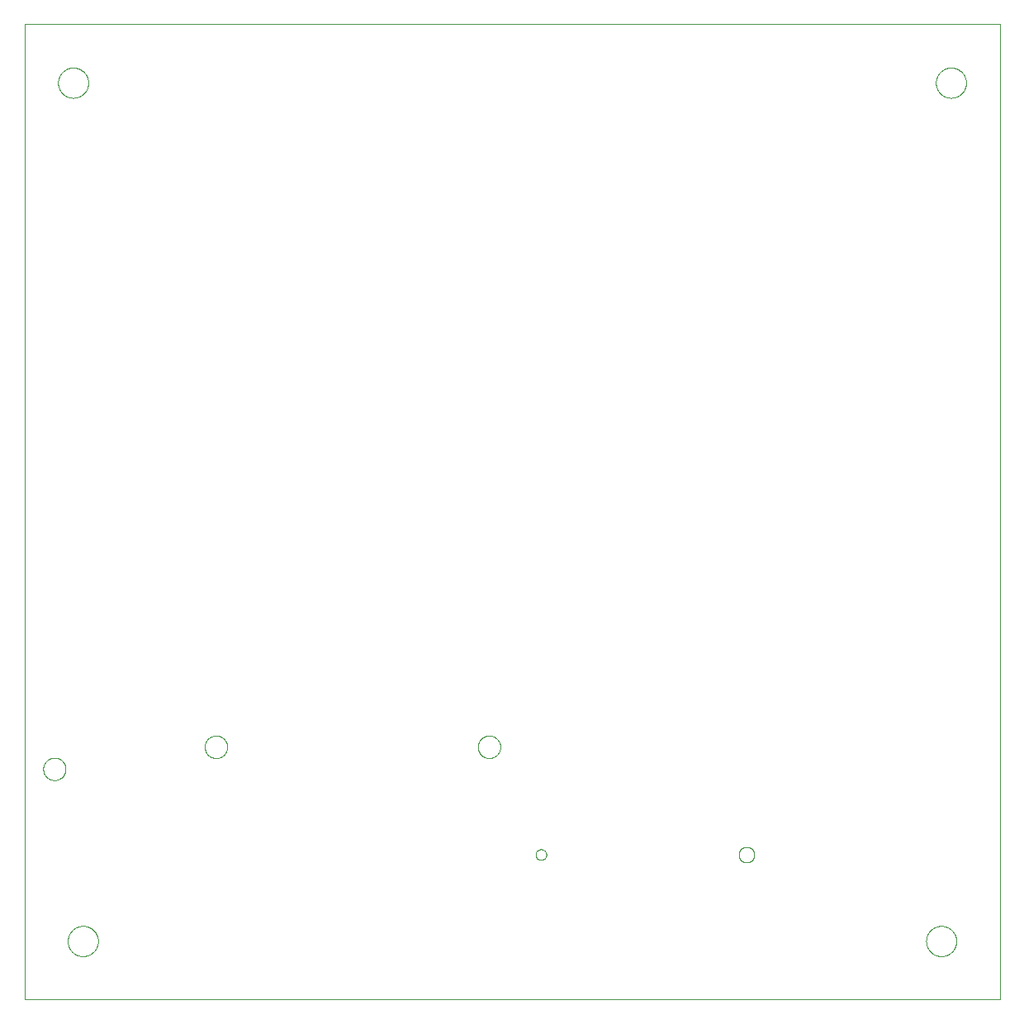
<source format=gko>
G04 EAGLE Gerber RS-274X export*
G75*
%MOMM*%
%FSLAX34Y34*%
%LPD*%
%INBoard ouline*%
%IPPOS*%
%AMOC8*
5,1,8,0,0,1.08239X$1,22.5*%
G01*
%ADD10C,0.000000*%


D10*
X0Y0D02*
X1000000Y0D01*
X1000000Y1000000D01*
X0Y1000000D01*
X0Y0D01*
X44500Y60000D02*
X44505Y60380D01*
X44519Y60761D01*
X44542Y61140D01*
X44575Y61519D01*
X44617Y61897D01*
X44668Y62274D01*
X44728Y62650D01*
X44798Y63024D01*
X44877Y63396D01*
X44965Y63766D01*
X45061Y64134D01*
X45167Y64499D01*
X45282Y64862D01*
X45406Y65222D01*
X45539Y65578D01*
X45680Y65932D01*
X45830Y66281D01*
X45988Y66627D01*
X46155Y66969D01*
X46330Y67307D01*
X46514Y67640D01*
X46705Y67969D01*
X46905Y68292D01*
X47112Y68611D01*
X47327Y68925D01*
X47550Y69233D01*
X47781Y69536D01*
X48018Y69833D01*
X48263Y70124D01*
X48515Y70409D01*
X48774Y70688D01*
X49040Y70960D01*
X49312Y71226D01*
X49591Y71485D01*
X49876Y71737D01*
X50167Y71982D01*
X50464Y72219D01*
X50767Y72450D01*
X51075Y72673D01*
X51389Y72888D01*
X51708Y73095D01*
X52031Y73295D01*
X52360Y73486D01*
X52693Y73670D01*
X53031Y73845D01*
X53373Y74012D01*
X53719Y74170D01*
X54068Y74320D01*
X54422Y74461D01*
X54778Y74594D01*
X55138Y74718D01*
X55501Y74833D01*
X55866Y74939D01*
X56234Y75035D01*
X56604Y75123D01*
X56976Y75202D01*
X57350Y75272D01*
X57726Y75332D01*
X58103Y75383D01*
X58481Y75425D01*
X58860Y75458D01*
X59239Y75481D01*
X59620Y75495D01*
X60000Y75500D01*
X60380Y75495D01*
X60761Y75481D01*
X61140Y75458D01*
X61519Y75425D01*
X61897Y75383D01*
X62274Y75332D01*
X62650Y75272D01*
X63024Y75202D01*
X63396Y75123D01*
X63766Y75035D01*
X64134Y74939D01*
X64499Y74833D01*
X64862Y74718D01*
X65222Y74594D01*
X65578Y74461D01*
X65932Y74320D01*
X66281Y74170D01*
X66627Y74012D01*
X66969Y73845D01*
X67307Y73670D01*
X67640Y73486D01*
X67969Y73295D01*
X68292Y73095D01*
X68611Y72888D01*
X68925Y72673D01*
X69233Y72450D01*
X69536Y72219D01*
X69833Y71982D01*
X70124Y71737D01*
X70409Y71485D01*
X70688Y71226D01*
X70960Y70960D01*
X71226Y70688D01*
X71485Y70409D01*
X71737Y70124D01*
X71982Y69833D01*
X72219Y69536D01*
X72450Y69233D01*
X72673Y68925D01*
X72888Y68611D01*
X73095Y68292D01*
X73295Y67969D01*
X73486Y67640D01*
X73670Y67307D01*
X73845Y66969D01*
X74012Y66627D01*
X74170Y66281D01*
X74320Y65932D01*
X74461Y65578D01*
X74594Y65222D01*
X74718Y64862D01*
X74833Y64499D01*
X74939Y64134D01*
X75035Y63766D01*
X75123Y63396D01*
X75202Y63024D01*
X75272Y62650D01*
X75332Y62274D01*
X75383Y61897D01*
X75425Y61519D01*
X75458Y61140D01*
X75481Y60761D01*
X75495Y60380D01*
X75500Y60000D01*
X75495Y59620D01*
X75481Y59239D01*
X75458Y58860D01*
X75425Y58481D01*
X75383Y58103D01*
X75332Y57726D01*
X75272Y57350D01*
X75202Y56976D01*
X75123Y56604D01*
X75035Y56234D01*
X74939Y55866D01*
X74833Y55501D01*
X74718Y55138D01*
X74594Y54778D01*
X74461Y54422D01*
X74320Y54068D01*
X74170Y53719D01*
X74012Y53373D01*
X73845Y53031D01*
X73670Y52693D01*
X73486Y52360D01*
X73295Y52031D01*
X73095Y51708D01*
X72888Y51389D01*
X72673Y51075D01*
X72450Y50767D01*
X72219Y50464D01*
X71982Y50167D01*
X71737Y49876D01*
X71485Y49591D01*
X71226Y49312D01*
X70960Y49040D01*
X70688Y48774D01*
X70409Y48515D01*
X70124Y48263D01*
X69833Y48018D01*
X69536Y47781D01*
X69233Y47550D01*
X68925Y47327D01*
X68611Y47112D01*
X68292Y46905D01*
X67969Y46705D01*
X67640Y46514D01*
X67307Y46330D01*
X66969Y46155D01*
X66627Y45988D01*
X66281Y45830D01*
X65932Y45680D01*
X65578Y45539D01*
X65222Y45406D01*
X64862Y45282D01*
X64499Y45167D01*
X64134Y45061D01*
X63766Y44965D01*
X63396Y44877D01*
X63024Y44798D01*
X62650Y44728D01*
X62274Y44668D01*
X61897Y44617D01*
X61519Y44575D01*
X61140Y44542D01*
X60761Y44519D01*
X60380Y44505D01*
X60000Y44500D01*
X59620Y44505D01*
X59239Y44519D01*
X58860Y44542D01*
X58481Y44575D01*
X58103Y44617D01*
X57726Y44668D01*
X57350Y44728D01*
X56976Y44798D01*
X56604Y44877D01*
X56234Y44965D01*
X55866Y45061D01*
X55501Y45167D01*
X55138Y45282D01*
X54778Y45406D01*
X54422Y45539D01*
X54068Y45680D01*
X53719Y45830D01*
X53373Y45988D01*
X53031Y46155D01*
X52693Y46330D01*
X52360Y46514D01*
X52031Y46705D01*
X51708Y46905D01*
X51389Y47112D01*
X51075Y47327D01*
X50767Y47550D01*
X50464Y47781D01*
X50167Y48018D01*
X49876Y48263D01*
X49591Y48515D01*
X49312Y48774D01*
X49040Y49040D01*
X48774Y49312D01*
X48515Y49591D01*
X48263Y49876D01*
X48018Y50167D01*
X47781Y50464D01*
X47550Y50767D01*
X47327Y51075D01*
X47112Y51389D01*
X46905Y51708D01*
X46705Y52031D01*
X46514Y52360D01*
X46330Y52693D01*
X46155Y53031D01*
X45988Y53373D01*
X45830Y53719D01*
X45680Y54068D01*
X45539Y54422D01*
X45406Y54778D01*
X45282Y55138D01*
X45167Y55501D01*
X45061Y55866D01*
X44965Y56234D01*
X44877Y56604D01*
X44798Y56976D01*
X44728Y57350D01*
X44668Y57726D01*
X44617Y58103D01*
X44575Y58481D01*
X44542Y58860D01*
X44519Y59239D01*
X44505Y59620D01*
X44500Y60000D01*
X34500Y940000D02*
X34505Y940380D01*
X34519Y940761D01*
X34542Y941140D01*
X34575Y941519D01*
X34617Y941897D01*
X34668Y942274D01*
X34728Y942650D01*
X34798Y943024D01*
X34877Y943396D01*
X34965Y943766D01*
X35061Y944134D01*
X35167Y944499D01*
X35282Y944862D01*
X35406Y945222D01*
X35539Y945578D01*
X35680Y945932D01*
X35830Y946281D01*
X35988Y946627D01*
X36155Y946969D01*
X36330Y947307D01*
X36514Y947640D01*
X36705Y947969D01*
X36905Y948292D01*
X37112Y948611D01*
X37327Y948925D01*
X37550Y949233D01*
X37781Y949536D01*
X38018Y949833D01*
X38263Y950124D01*
X38515Y950409D01*
X38774Y950688D01*
X39040Y950960D01*
X39312Y951226D01*
X39591Y951485D01*
X39876Y951737D01*
X40167Y951982D01*
X40464Y952219D01*
X40767Y952450D01*
X41075Y952673D01*
X41389Y952888D01*
X41708Y953095D01*
X42031Y953295D01*
X42360Y953486D01*
X42693Y953670D01*
X43031Y953845D01*
X43373Y954012D01*
X43719Y954170D01*
X44068Y954320D01*
X44422Y954461D01*
X44778Y954594D01*
X45138Y954718D01*
X45501Y954833D01*
X45866Y954939D01*
X46234Y955035D01*
X46604Y955123D01*
X46976Y955202D01*
X47350Y955272D01*
X47726Y955332D01*
X48103Y955383D01*
X48481Y955425D01*
X48860Y955458D01*
X49239Y955481D01*
X49620Y955495D01*
X50000Y955500D01*
X50380Y955495D01*
X50761Y955481D01*
X51140Y955458D01*
X51519Y955425D01*
X51897Y955383D01*
X52274Y955332D01*
X52650Y955272D01*
X53024Y955202D01*
X53396Y955123D01*
X53766Y955035D01*
X54134Y954939D01*
X54499Y954833D01*
X54862Y954718D01*
X55222Y954594D01*
X55578Y954461D01*
X55932Y954320D01*
X56281Y954170D01*
X56627Y954012D01*
X56969Y953845D01*
X57307Y953670D01*
X57640Y953486D01*
X57969Y953295D01*
X58292Y953095D01*
X58611Y952888D01*
X58925Y952673D01*
X59233Y952450D01*
X59536Y952219D01*
X59833Y951982D01*
X60124Y951737D01*
X60409Y951485D01*
X60688Y951226D01*
X60960Y950960D01*
X61226Y950688D01*
X61485Y950409D01*
X61737Y950124D01*
X61982Y949833D01*
X62219Y949536D01*
X62450Y949233D01*
X62673Y948925D01*
X62888Y948611D01*
X63095Y948292D01*
X63295Y947969D01*
X63486Y947640D01*
X63670Y947307D01*
X63845Y946969D01*
X64012Y946627D01*
X64170Y946281D01*
X64320Y945932D01*
X64461Y945578D01*
X64594Y945222D01*
X64718Y944862D01*
X64833Y944499D01*
X64939Y944134D01*
X65035Y943766D01*
X65123Y943396D01*
X65202Y943024D01*
X65272Y942650D01*
X65332Y942274D01*
X65383Y941897D01*
X65425Y941519D01*
X65458Y941140D01*
X65481Y940761D01*
X65495Y940380D01*
X65500Y940000D01*
X65495Y939620D01*
X65481Y939239D01*
X65458Y938860D01*
X65425Y938481D01*
X65383Y938103D01*
X65332Y937726D01*
X65272Y937350D01*
X65202Y936976D01*
X65123Y936604D01*
X65035Y936234D01*
X64939Y935866D01*
X64833Y935501D01*
X64718Y935138D01*
X64594Y934778D01*
X64461Y934422D01*
X64320Y934068D01*
X64170Y933719D01*
X64012Y933373D01*
X63845Y933031D01*
X63670Y932693D01*
X63486Y932360D01*
X63295Y932031D01*
X63095Y931708D01*
X62888Y931389D01*
X62673Y931075D01*
X62450Y930767D01*
X62219Y930464D01*
X61982Y930167D01*
X61737Y929876D01*
X61485Y929591D01*
X61226Y929312D01*
X60960Y929040D01*
X60688Y928774D01*
X60409Y928515D01*
X60124Y928263D01*
X59833Y928018D01*
X59536Y927781D01*
X59233Y927550D01*
X58925Y927327D01*
X58611Y927112D01*
X58292Y926905D01*
X57969Y926705D01*
X57640Y926514D01*
X57307Y926330D01*
X56969Y926155D01*
X56627Y925988D01*
X56281Y925830D01*
X55932Y925680D01*
X55578Y925539D01*
X55222Y925406D01*
X54862Y925282D01*
X54499Y925167D01*
X54134Y925061D01*
X53766Y924965D01*
X53396Y924877D01*
X53024Y924798D01*
X52650Y924728D01*
X52274Y924668D01*
X51897Y924617D01*
X51519Y924575D01*
X51140Y924542D01*
X50761Y924519D01*
X50380Y924505D01*
X50000Y924500D01*
X49620Y924505D01*
X49239Y924519D01*
X48860Y924542D01*
X48481Y924575D01*
X48103Y924617D01*
X47726Y924668D01*
X47350Y924728D01*
X46976Y924798D01*
X46604Y924877D01*
X46234Y924965D01*
X45866Y925061D01*
X45501Y925167D01*
X45138Y925282D01*
X44778Y925406D01*
X44422Y925539D01*
X44068Y925680D01*
X43719Y925830D01*
X43373Y925988D01*
X43031Y926155D01*
X42693Y926330D01*
X42360Y926514D01*
X42031Y926705D01*
X41708Y926905D01*
X41389Y927112D01*
X41075Y927327D01*
X40767Y927550D01*
X40464Y927781D01*
X40167Y928018D01*
X39876Y928263D01*
X39591Y928515D01*
X39312Y928774D01*
X39040Y929040D01*
X38774Y929312D01*
X38515Y929591D01*
X38263Y929876D01*
X38018Y930167D01*
X37781Y930464D01*
X37550Y930767D01*
X37327Y931075D01*
X37112Y931389D01*
X36905Y931708D01*
X36705Y932031D01*
X36514Y932360D01*
X36330Y932693D01*
X36155Y933031D01*
X35988Y933373D01*
X35830Y933719D01*
X35680Y934068D01*
X35539Y934422D01*
X35406Y934778D01*
X35282Y935138D01*
X35167Y935501D01*
X35061Y935866D01*
X34965Y936234D01*
X34877Y936604D01*
X34798Y936976D01*
X34728Y937350D01*
X34668Y937726D01*
X34617Y938103D01*
X34575Y938481D01*
X34542Y938860D01*
X34519Y939239D01*
X34505Y939620D01*
X34500Y940000D01*
X934500Y940000D02*
X934505Y940380D01*
X934519Y940761D01*
X934542Y941140D01*
X934575Y941519D01*
X934617Y941897D01*
X934668Y942274D01*
X934728Y942650D01*
X934798Y943024D01*
X934877Y943396D01*
X934965Y943766D01*
X935061Y944134D01*
X935167Y944499D01*
X935282Y944862D01*
X935406Y945222D01*
X935539Y945578D01*
X935680Y945932D01*
X935830Y946281D01*
X935988Y946627D01*
X936155Y946969D01*
X936330Y947307D01*
X936514Y947640D01*
X936705Y947969D01*
X936905Y948292D01*
X937112Y948611D01*
X937327Y948925D01*
X937550Y949233D01*
X937781Y949536D01*
X938018Y949833D01*
X938263Y950124D01*
X938515Y950409D01*
X938774Y950688D01*
X939040Y950960D01*
X939312Y951226D01*
X939591Y951485D01*
X939876Y951737D01*
X940167Y951982D01*
X940464Y952219D01*
X940767Y952450D01*
X941075Y952673D01*
X941389Y952888D01*
X941708Y953095D01*
X942031Y953295D01*
X942360Y953486D01*
X942693Y953670D01*
X943031Y953845D01*
X943373Y954012D01*
X943719Y954170D01*
X944068Y954320D01*
X944422Y954461D01*
X944778Y954594D01*
X945138Y954718D01*
X945501Y954833D01*
X945866Y954939D01*
X946234Y955035D01*
X946604Y955123D01*
X946976Y955202D01*
X947350Y955272D01*
X947726Y955332D01*
X948103Y955383D01*
X948481Y955425D01*
X948860Y955458D01*
X949239Y955481D01*
X949620Y955495D01*
X950000Y955500D01*
X950380Y955495D01*
X950761Y955481D01*
X951140Y955458D01*
X951519Y955425D01*
X951897Y955383D01*
X952274Y955332D01*
X952650Y955272D01*
X953024Y955202D01*
X953396Y955123D01*
X953766Y955035D01*
X954134Y954939D01*
X954499Y954833D01*
X954862Y954718D01*
X955222Y954594D01*
X955578Y954461D01*
X955932Y954320D01*
X956281Y954170D01*
X956627Y954012D01*
X956969Y953845D01*
X957307Y953670D01*
X957640Y953486D01*
X957969Y953295D01*
X958292Y953095D01*
X958611Y952888D01*
X958925Y952673D01*
X959233Y952450D01*
X959536Y952219D01*
X959833Y951982D01*
X960124Y951737D01*
X960409Y951485D01*
X960688Y951226D01*
X960960Y950960D01*
X961226Y950688D01*
X961485Y950409D01*
X961737Y950124D01*
X961982Y949833D01*
X962219Y949536D01*
X962450Y949233D01*
X962673Y948925D01*
X962888Y948611D01*
X963095Y948292D01*
X963295Y947969D01*
X963486Y947640D01*
X963670Y947307D01*
X963845Y946969D01*
X964012Y946627D01*
X964170Y946281D01*
X964320Y945932D01*
X964461Y945578D01*
X964594Y945222D01*
X964718Y944862D01*
X964833Y944499D01*
X964939Y944134D01*
X965035Y943766D01*
X965123Y943396D01*
X965202Y943024D01*
X965272Y942650D01*
X965332Y942274D01*
X965383Y941897D01*
X965425Y941519D01*
X965458Y941140D01*
X965481Y940761D01*
X965495Y940380D01*
X965500Y940000D01*
X965495Y939620D01*
X965481Y939239D01*
X965458Y938860D01*
X965425Y938481D01*
X965383Y938103D01*
X965332Y937726D01*
X965272Y937350D01*
X965202Y936976D01*
X965123Y936604D01*
X965035Y936234D01*
X964939Y935866D01*
X964833Y935501D01*
X964718Y935138D01*
X964594Y934778D01*
X964461Y934422D01*
X964320Y934068D01*
X964170Y933719D01*
X964012Y933373D01*
X963845Y933031D01*
X963670Y932693D01*
X963486Y932360D01*
X963295Y932031D01*
X963095Y931708D01*
X962888Y931389D01*
X962673Y931075D01*
X962450Y930767D01*
X962219Y930464D01*
X961982Y930167D01*
X961737Y929876D01*
X961485Y929591D01*
X961226Y929312D01*
X960960Y929040D01*
X960688Y928774D01*
X960409Y928515D01*
X960124Y928263D01*
X959833Y928018D01*
X959536Y927781D01*
X959233Y927550D01*
X958925Y927327D01*
X958611Y927112D01*
X958292Y926905D01*
X957969Y926705D01*
X957640Y926514D01*
X957307Y926330D01*
X956969Y926155D01*
X956627Y925988D01*
X956281Y925830D01*
X955932Y925680D01*
X955578Y925539D01*
X955222Y925406D01*
X954862Y925282D01*
X954499Y925167D01*
X954134Y925061D01*
X953766Y924965D01*
X953396Y924877D01*
X953024Y924798D01*
X952650Y924728D01*
X952274Y924668D01*
X951897Y924617D01*
X951519Y924575D01*
X951140Y924542D01*
X950761Y924519D01*
X950380Y924505D01*
X950000Y924500D01*
X949620Y924505D01*
X949239Y924519D01*
X948860Y924542D01*
X948481Y924575D01*
X948103Y924617D01*
X947726Y924668D01*
X947350Y924728D01*
X946976Y924798D01*
X946604Y924877D01*
X946234Y924965D01*
X945866Y925061D01*
X945501Y925167D01*
X945138Y925282D01*
X944778Y925406D01*
X944422Y925539D01*
X944068Y925680D01*
X943719Y925830D01*
X943373Y925988D01*
X943031Y926155D01*
X942693Y926330D01*
X942360Y926514D01*
X942031Y926705D01*
X941708Y926905D01*
X941389Y927112D01*
X941075Y927327D01*
X940767Y927550D01*
X940464Y927781D01*
X940167Y928018D01*
X939876Y928263D01*
X939591Y928515D01*
X939312Y928774D01*
X939040Y929040D01*
X938774Y929312D01*
X938515Y929591D01*
X938263Y929876D01*
X938018Y930167D01*
X937781Y930464D01*
X937550Y930767D01*
X937327Y931075D01*
X937112Y931389D01*
X936905Y931708D01*
X936705Y932031D01*
X936514Y932360D01*
X936330Y932693D01*
X936155Y933031D01*
X935988Y933373D01*
X935830Y933719D01*
X935680Y934068D01*
X935539Y934422D01*
X935406Y934778D01*
X935282Y935138D01*
X935167Y935501D01*
X935061Y935866D01*
X934965Y936234D01*
X934877Y936604D01*
X934798Y936976D01*
X934728Y937350D01*
X934668Y937726D01*
X934617Y938103D01*
X934575Y938481D01*
X934542Y938860D01*
X934519Y939239D01*
X934505Y939620D01*
X934500Y940000D01*
X924500Y60000D02*
X924505Y60380D01*
X924519Y60761D01*
X924542Y61140D01*
X924575Y61519D01*
X924617Y61897D01*
X924668Y62274D01*
X924728Y62650D01*
X924798Y63024D01*
X924877Y63396D01*
X924965Y63766D01*
X925061Y64134D01*
X925167Y64499D01*
X925282Y64862D01*
X925406Y65222D01*
X925539Y65578D01*
X925680Y65932D01*
X925830Y66281D01*
X925988Y66627D01*
X926155Y66969D01*
X926330Y67307D01*
X926514Y67640D01*
X926705Y67969D01*
X926905Y68292D01*
X927112Y68611D01*
X927327Y68925D01*
X927550Y69233D01*
X927781Y69536D01*
X928018Y69833D01*
X928263Y70124D01*
X928515Y70409D01*
X928774Y70688D01*
X929040Y70960D01*
X929312Y71226D01*
X929591Y71485D01*
X929876Y71737D01*
X930167Y71982D01*
X930464Y72219D01*
X930767Y72450D01*
X931075Y72673D01*
X931389Y72888D01*
X931708Y73095D01*
X932031Y73295D01*
X932360Y73486D01*
X932693Y73670D01*
X933031Y73845D01*
X933373Y74012D01*
X933719Y74170D01*
X934068Y74320D01*
X934422Y74461D01*
X934778Y74594D01*
X935138Y74718D01*
X935501Y74833D01*
X935866Y74939D01*
X936234Y75035D01*
X936604Y75123D01*
X936976Y75202D01*
X937350Y75272D01*
X937726Y75332D01*
X938103Y75383D01*
X938481Y75425D01*
X938860Y75458D01*
X939239Y75481D01*
X939620Y75495D01*
X940000Y75500D01*
X940380Y75495D01*
X940761Y75481D01*
X941140Y75458D01*
X941519Y75425D01*
X941897Y75383D01*
X942274Y75332D01*
X942650Y75272D01*
X943024Y75202D01*
X943396Y75123D01*
X943766Y75035D01*
X944134Y74939D01*
X944499Y74833D01*
X944862Y74718D01*
X945222Y74594D01*
X945578Y74461D01*
X945932Y74320D01*
X946281Y74170D01*
X946627Y74012D01*
X946969Y73845D01*
X947307Y73670D01*
X947640Y73486D01*
X947969Y73295D01*
X948292Y73095D01*
X948611Y72888D01*
X948925Y72673D01*
X949233Y72450D01*
X949536Y72219D01*
X949833Y71982D01*
X950124Y71737D01*
X950409Y71485D01*
X950688Y71226D01*
X950960Y70960D01*
X951226Y70688D01*
X951485Y70409D01*
X951737Y70124D01*
X951982Y69833D01*
X952219Y69536D01*
X952450Y69233D01*
X952673Y68925D01*
X952888Y68611D01*
X953095Y68292D01*
X953295Y67969D01*
X953486Y67640D01*
X953670Y67307D01*
X953845Y66969D01*
X954012Y66627D01*
X954170Y66281D01*
X954320Y65932D01*
X954461Y65578D01*
X954594Y65222D01*
X954718Y64862D01*
X954833Y64499D01*
X954939Y64134D01*
X955035Y63766D01*
X955123Y63396D01*
X955202Y63024D01*
X955272Y62650D01*
X955332Y62274D01*
X955383Y61897D01*
X955425Y61519D01*
X955458Y61140D01*
X955481Y60761D01*
X955495Y60380D01*
X955500Y60000D01*
X955495Y59620D01*
X955481Y59239D01*
X955458Y58860D01*
X955425Y58481D01*
X955383Y58103D01*
X955332Y57726D01*
X955272Y57350D01*
X955202Y56976D01*
X955123Y56604D01*
X955035Y56234D01*
X954939Y55866D01*
X954833Y55501D01*
X954718Y55138D01*
X954594Y54778D01*
X954461Y54422D01*
X954320Y54068D01*
X954170Y53719D01*
X954012Y53373D01*
X953845Y53031D01*
X953670Y52693D01*
X953486Y52360D01*
X953295Y52031D01*
X953095Y51708D01*
X952888Y51389D01*
X952673Y51075D01*
X952450Y50767D01*
X952219Y50464D01*
X951982Y50167D01*
X951737Y49876D01*
X951485Y49591D01*
X951226Y49312D01*
X950960Y49040D01*
X950688Y48774D01*
X950409Y48515D01*
X950124Y48263D01*
X949833Y48018D01*
X949536Y47781D01*
X949233Y47550D01*
X948925Y47327D01*
X948611Y47112D01*
X948292Y46905D01*
X947969Y46705D01*
X947640Y46514D01*
X947307Y46330D01*
X946969Y46155D01*
X946627Y45988D01*
X946281Y45830D01*
X945932Y45680D01*
X945578Y45539D01*
X945222Y45406D01*
X944862Y45282D01*
X944499Y45167D01*
X944134Y45061D01*
X943766Y44965D01*
X943396Y44877D01*
X943024Y44798D01*
X942650Y44728D01*
X942274Y44668D01*
X941897Y44617D01*
X941519Y44575D01*
X941140Y44542D01*
X940761Y44519D01*
X940380Y44505D01*
X940000Y44500D01*
X939620Y44505D01*
X939239Y44519D01*
X938860Y44542D01*
X938481Y44575D01*
X938103Y44617D01*
X937726Y44668D01*
X937350Y44728D01*
X936976Y44798D01*
X936604Y44877D01*
X936234Y44965D01*
X935866Y45061D01*
X935501Y45167D01*
X935138Y45282D01*
X934778Y45406D01*
X934422Y45539D01*
X934068Y45680D01*
X933719Y45830D01*
X933373Y45988D01*
X933031Y46155D01*
X932693Y46330D01*
X932360Y46514D01*
X932031Y46705D01*
X931708Y46905D01*
X931389Y47112D01*
X931075Y47327D01*
X930767Y47550D01*
X930464Y47781D01*
X930167Y48018D01*
X929876Y48263D01*
X929591Y48515D01*
X929312Y48774D01*
X929040Y49040D01*
X928774Y49312D01*
X928515Y49591D01*
X928263Y49876D01*
X928018Y50167D01*
X927781Y50464D01*
X927550Y50767D01*
X927327Y51075D01*
X927112Y51389D01*
X926905Y51708D01*
X926705Y52031D01*
X926514Y52360D01*
X926330Y52693D01*
X926155Y53031D01*
X925988Y53373D01*
X925830Y53719D01*
X925680Y54068D01*
X925539Y54422D01*
X925406Y54778D01*
X925282Y55138D01*
X925167Y55501D01*
X925061Y55866D01*
X924965Y56234D01*
X924877Y56604D01*
X924798Y56976D01*
X924728Y57350D01*
X924668Y57726D01*
X924617Y58103D01*
X924575Y58481D01*
X924542Y58860D01*
X924519Y59239D01*
X924505Y59620D01*
X924500Y60000D01*
X732410Y148590D02*
X732412Y148786D01*
X732420Y148983D01*
X732432Y149179D01*
X732449Y149374D01*
X732470Y149569D01*
X732497Y149764D01*
X732528Y149958D01*
X732564Y150151D01*
X732604Y150343D01*
X732650Y150534D01*
X732700Y150724D01*
X732754Y150912D01*
X732814Y151099D01*
X732878Y151285D01*
X732946Y151469D01*
X733019Y151651D01*
X733096Y151832D01*
X733178Y152010D01*
X733264Y152187D01*
X733355Y152361D01*
X733449Y152533D01*
X733548Y152703D01*
X733651Y152870D01*
X733758Y153035D01*
X733869Y153196D01*
X733984Y153356D01*
X734103Y153512D01*
X734226Y153665D01*
X734352Y153815D01*
X734482Y153962D01*
X734616Y154106D01*
X734753Y154247D01*
X734894Y154384D01*
X735038Y154518D01*
X735185Y154648D01*
X735335Y154774D01*
X735488Y154897D01*
X735644Y155016D01*
X735804Y155131D01*
X735965Y155242D01*
X736130Y155349D01*
X736297Y155452D01*
X736467Y155551D01*
X736639Y155645D01*
X736813Y155736D01*
X736990Y155822D01*
X737168Y155904D01*
X737349Y155981D01*
X737531Y156054D01*
X737715Y156122D01*
X737901Y156186D01*
X738088Y156246D01*
X738276Y156300D01*
X738466Y156350D01*
X738657Y156396D01*
X738849Y156436D01*
X739042Y156472D01*
X739236Y156503D01*
X739431Y156530D01*
X739626Y156551D01*
X739821Y156568D01*
X740017Y156580D01*
X740214Y156588D01*
X740410Y156590D01*
X740606Y156588D01*
X740803Y156580D01*
X740999Y156568D01*
X741194Y156551D01*
X741389Y156530D01*
X741584Y156503D01*
X741778Y156472D01*
X741971Y156436D01*
X742163Y156396D01*
X742354Y156350D01*
X742544Y156300D01*
X742732Y156246D01*
X742919Y156186D01*
X743105Y156122D01*
X743289Y156054D01*
X743471Y155981D01*
X743652Y155904D01*
X743830Y155822D01*
X744007Y155736D01*
X744181Y155645D01*
X744353Y155551D01*
X744523Y155452D01*
X744690Y155349D01*
X744855Y155242D01*
X745016Y155131D01*
X745176Y155016D01*
X745332Y154897D01*
X745485Y154774D01*
X745635Y154648D01*
X745782Y154518D01*
X745926Y154384D01*
X746067Y154247D01*
X746204Y154106D01*
X746338Y153962D01*
X746468Y153815D01*
X746594Y153665D01*
X746717Y153512D01*
X746836Y153356D01*
X746951Y153196D01*
X747062Y153035D01*
X747169Y152870D01*
X747272Y152703D01*
X747371Y152533D01*
X747465Y152361D01*
X747556Y152187D01*
X747642Y152010D01*
X747724Y151832D01*
X747801Y151651D01*
X747874Y151469D01*
X747942Y151285D01*
X748006Y151099D01*
X748066Y150912D01*
X748120Y150724D01*
X748170Y150534D01*
X748216Y150343D01*
X748256Y150151D01*
X748292Y149958D01*
X748323Y149764D01*
X748350Y149569D01*
X748371Y149374D01*
X748388Y149179D01*
X748400Y148983D01*
X748408Y148786D01*
X748410Y148590D01*
X748408Y148394D01*
X748400Y148197D01*
X748388Y148001D01*
X748371Y147806D01*
X748350Y147611D01*
X748323Y147416D01*
X748292Y147222D01*
X748256Y147029D01*
X748216Y146837D01*
X748170Y146646D01*
X748120Y146456D01*
X748066Y146268D01*
X748006Y146081D01*
X747942Y145895D01*
X747874Y145711D01*
X747801Y145529D01*
X747724Y145348D01*
X747642Y145170D01*
X747556Y144993D01*
X747465Y144819D01*
X747371Y144647D01*
X747272Y144477D01*
X747169Y144310D01*
X747062Y144145D01*
X746951Y143984D01*
X746836Y143824D01*
X746717Y143668D01*
X746594Y143515D01*
X746468Y143365D01*
X746338Y143218D01*
X746204Y143074D01*
X746067Y142933D01*
X745926Y142796D01*
X745782Y142662D01*
X745635Y142532D01*
X745485Y142406D01*
X745332Y142283D01*
X745176Y142164D01*
X745016Y142049D01*
X744855Y141938D01*
X744690Y141831D01*
X744523Y141728D01*
X744353Y141629D01*
X744181Y141535D01*
X744007Y141444D01*
X743830Y141358D01*
X743652Y141276D01*
X743471Y141199D01*
X743289Y141126D01*
X743105Y141058D01*
X742919Y140994D01*
X742732Y140934D01*
X742544Y140880D01*
X742354Y140830D01*
X742163Y140784D01*
X741971Y140744D01*
X741778Y140708D01*
X741584Y140677D01*
X741389Y140650D01*
X741194Y140629D01*
X740999Y140612D01*
X740803Y140600D01*
X740606Y140592D01*
X740410Y140590D01*
X740214Y140592D01*
X740017Y140600D01*
X739821Y140612D01*
X739626Y140629D01*
X739431Y140650D01*
X739236Y140677D01*
X739042Y140708D01*
X738849Y140744D01*
X738657Y140784D01*
X738466Y140830D01*
X738276Y140880D01*
X738088Y140934D01*
X737901Y140994D01*
X737715Y141058D01*
X737531Y141126D01*
X737349Y141199D01*
X737168Y141276D01*
X736990Y141358D01*
X736813Y141444D01*
X736639Y141535D01*
X736467Y141629D01*
X736297Y141728D01*
X736130Y141831D01*
X735965Y141938D01*
X735804Y142049D01*
X735644Y142164D01*
X735488Y142283D01*
X735335Y142406D01*
X735185Y142532D01*
X735038Y142662D01*
X734894Y142796D01*
X734753Y142933D01*
X734616Y143074D01*
X734482Y143218D01*
X734352Y143365D01*
X734226Y143515D01*
X734103Y143668D01*
X733984Y143824D01*
X733869Y143984D01*
X733758Y144145D01*
X733651Y144310D01*
X733548Y144477D01*
X733449Y144647D01*
X733355Y144819D01*
X733264Y144993D01*
X733178Y145170D01*
X733096Y145348D01*
X733019Y145529D01*
X732946Y145711D01*
X732878Y145895D01*
X732814Y146081D01*
X732754Y146268D01*
X732700Y146456D01*
X732650Y146646D01*
X732604Y146837D01*
X732564Y147029D01*
X732528Y147222D01*
X732497Y147416D01*
X732470Y147611D01*
X732449Y147806D01*
X732432Y148001D01*
X732420Y148197D01*
X732412Y148394D01*
X732410Y148590D01*
X524090Y148590D02*
X524092Y148738D01*
X524098Y148886D01*
X524108Y149034D01*
X524122Y149182D01*
X524140Y149329D01*
X524162Y149476D01*
X524188Y149622D01*
X524217Y149767D01*
X524251Y149912D01*
X524289Y150055D01*
X524330Y150198D01*
X524375Y150339D01*
X524425Y150479D01*
X524477Y150617D01*
X524534Y150755D01*
X524594Y150890D01*
X524658Y151024D01*
X524725Y151156D01*
X524796Y151286D01*
X524871Y151415D01*
X524949Y151541D01*
X525030Y151665D01*
X525114Y151787D01*
X525202Y151906D01*
X525293Y152023D01*
X525387Y152138D01*
X525485Y152250D01*
X525585Y152359D01*
X525688Y152466D01*
X525794Y152570D01*
X525902Y152671D01*
X526014Y152769D01*
X526128Y152864D01*
X526244Y152955D01*
X526363Y153044D01*
X526484Y153129D01*
X526608Y153211D01*
X526734Y153290D01*
X526861Y153365D01*
X526991Y153437D01*
X527123Y153506D01*
X527256Y153570D01*
X527391Y153631D01*
X527528Y153689D01*
X527666Y153743D01*
X527806Y153793D01*
X527947Y153839D01*
X528089Y153881D01*
X528232Y153920D01*
X528376Y153954D01*
X528522Y153985D01*
X528667Y154012D01*
X528814Y154035D01*
X528961Y154054D01*
X529109Y154069D01*
X529256Y154080D01*
X529405Y154087D01*
X529553Y154090D01*
X529701Y154089D01*
X529849Y154084D01*
X529997Y154075D01*
X530145Y154062D01*
X530293Y154045D01*
X530439Y154024D01*
X530586Y153999D01*
X530731Y153970D01*
X530876Y153938D01*
X531019Y153901D01*
X531162Y153861D01*
X531304Y153816D01*
X531444Y153768D01*
X531583Y153716D01*
X531720Y153661D01*
X531856Y153601D01*
X531991Y153538D01*
X532123Y153472D01*
X532254Y153402D01*
X532383Y153328D01*
X532509Y153251D01*
X532634Y153171D01*
X532756Y153087D01*
X532877Y153000D01*
X532994Y152910D01*
X533110Y152816D01*
X533222Y152720D01*
X533332Y152621D01*
X533440Y152518D01*
X533544Y152413D01*
X533646Y152305D01*
X533744Y152194D01*
X533840Y152081D01*
X533933Y151965D01*
X534022Y151847D01*
X534108Y151726D01*
X534191Y151603D01*
X534271Y151478D01*
X534347Y151351D01*
X534420Y151221D01*
X534489Y151090D01*
X534554Y150957D01*
X534617Y150823D01*
X534675Y150686D01*
X534730Y150548D01*
X534780Y150409D01*
X534828Y150268D01*
X534871Y150127D01*
X534911Y149984D01*
X534946Y149840D01*
X534978Y149695D01*
X535006Y149549D01*
X535030Y149403D01*
X535050Y149256D01*
X535066Y149108D01*
X535078Y148961D01*
X535086Y148812D01*
X535090Y148664D01*
X535090Y148516D01*
X535086Y148368D01*
X535078Y148219D01*
X535066Y148072D01*
X535050Y147924D01*
X535030Y147777D01*
X535006Y147631D01*
X534978Y147485D01*
X534946Y147340D01*
X534911Y147196D01*
X534871Y147053D01*
X534828Y146912D01*
X534780Y146771D01*
X534730Y146632D01*
X534675Y146494D01*
X534617Y146357D01*
X534554Y146223D01*
X534489Y146090D01*
X534420Y145959D01*
X534347Y145829D01*
X534271Y145702D01*
X534191Y145577D01*
X534108Y145454D01*
X534022Y145333D01*
X533933Y145215D01*
X533840Y145099D01*
X533744Y144986D01*
X533646Y144875D01*
X533544Y144767D01*
X533440Y144662D01*
X533332Y144559D01*
X533222Y144460D01*
X533110Y144364D01*
X532994Y144270D01*
X532877Y144180D01*
X532756Y144093D01*
X532634Y144009D01*
X532509Y143929D01*
X532383Y143852D01*
X532254Y143778D01*
X532123Y143708D01*
X531991Y143642D01*
X531856Y143579D01*
X531720Y143519D01*
X531583Y143464D01*
X531444Y143412D01*
X531304Y143364D01*
X531162Y143319D01*
X531019Y143279D01*
X530876Y143242D01*
X530731Y143210D01*
X530586Y143181D01*
X530439Y143156D01*
X530293Y143135D01*
X530145Y143118D01*
X529997Y143105D01*
X529849Y143096D01*
X529701Y143091D01*
X529553Y143090D01*
X529405Y143093D01*
X529256Y143100D01*
X529109Y143111D01*
X528961Y143126D01*
X528814Y143145D01*
X528667Y143168D01*
X528522Y143195D01*
X528376Y143226D01*
X528232Y143260D01*
X528089Y143299D01*
X527947Y143341D01*
X527806Y143387D01*
X527666Y143437D01*
X527528Y143491D01*
X527391Y143549D01*
X527256Y143610D01*
X527123Y143674D01*
X526991Y143743D01*
X526861Y143815D01*
X526734Y143890D01*
X526608Y143969D01*
X526484Y144051D01*
X526363Y144136D01*
X526244Y144225D01*
X526128Y144316D01*
X526014Y144411D01*
X525902Y144509D01*
X525794Y144610D01*
X525688Y144714D01*
X525585Y144821D01*
X525485Y144930D01*
X525387Y145042D01*
X525293Y145157D01*
X525202Y145274D01*
X525114Y145393D01*
X525030Y145515D01*
X524949Y145639D01*
X524871Y145765D01*
X524796Y145894D01*
X524725Y146024D01*
X524658Y146156D01*
X524594Y146290D01*
X524534Y146425D01*
X524477Y146563D01*
X524425Y146701D01*
X524375Y146841D01*
X524330Y146982D01*
X524289Y147125D01*
X524251Y147268D01*
X524217Y147413D01*
X524188Y147558D01*
X524162Y147704D01*
X524140Y147851D01*
X524122Y147998D01*
X524108Y148146D01*
X524098Y148294D01*
X524092Y148442D01*
X524090Y148590D01*
X184950Y259100D02*
X184953Y259382D01*
X184964Y259664D01*
X184981Y259946D01*
X185005Y260227D01*
X185036Y260508D01*
X185074Y260787D01*
X185119Y261066D01*
X185171Y261344D01*
X185229Y261620D01*
X185295Y261894D01*
X185367Y262167D01*
X185445Y262438D01*
X185530Y262707D01*
X185622Y262974D01*
X185721Y263239D01*
X185825Y263501D01*
X185937Y263760D01*
X186054Y264017D01*
X186178Y264271D01*
X186308Y264521D01*
X186444Y264768D01*
X186586Y265012D01*
X186734Y265252D01*
X186888Y265489D01*
X187048Y265722D01*
X187213Y265951D01*
X187384Y266175D01*
X187560Y266396D01*
X187742Y266611D01*
X187929Y266823D01*
X188121Y267030D01*
X188318Y267232D01*
X188520Y267429D01*
X188727Y267621D01*
X188939Y267808D01*
X189154Y267990D01*
X189375Y268166D01*
X189599Y268337D01*
X189828Y268502D01*
X190061Y268662D01*
X190298Y268816D01*
X190538Y268964D01*
X190782Y269106D01*
X191029Y269242D01*
X191279Y269372D01*
X191533Y269496D01*
X191790Y269613D01*
X192049Y269725D01*
X192311Y269829D01*
X192576Y269928D01*
X192843Y270020D01*
X193112Y270105D01*
X193383Y270183D01*
X193656Y270255D01*
X193930Y270321D01*
X194206Y270379D01*
X194484Y270431D01*
X194763Y270476D01*
X195042Y270514D01*
X195323Y270545D01*
X195604Y270569D01*
X195886Y270586D01*
X196168Y270597D01*
X196450Y270600D01*
X196732Y270597D01*
X197014Y270586D01*
X197296Y270569D01*
X197577Y270545D01*
X197858Y270514D01*
X198137Y270476D01*
X198416Y270431D01*
X198694Y270379D01*
X198970Y270321D01*
X199244Y270255D01*
X199517Y270183D01*
X199788Y270105D01*
X200057Y270020D01*
X200324Y269928D01*
X200589Y269829D01*
X200851Y269725D01*
X201110Y269613D01*
X201367Y269496D01*
X201621Y269372D01*
X201871Y269242D01*
X202118Y269106D01*
X202362Y268964D01*
X202602Y268816D01*
X202839Y268662D01*
X203072Y268502D01*
X203301Y268337D01*
X203525Y268166D01*
X203746Y267990D01*
X203961Y267808D01*
X204173Y267621D01*
X204380Y267429D01*
X204582Y267232D01*
X204779Y267030D01*
X204971Y266823D01*
X205158Y266611D01*
X205340Y266396D01*
X205516Y266175D01*
X205687Y265951D01*
X205852Y265722D01*
X206012Y265489D01*
X206166Y265252D01*
X206314Y265012D01*
X206456Y264768D01*
X206592Y264521D01*
X206722Y264271D01*
X206846Y264017D01*
X206963Y263760D01*
X207075Y263501D01*
X207179Y263239D01*
X207278Y262974D01*
X207370Y262707D01*
X207455Y262438D01*
X207533Y262167D01*
X207605Y261894D01*
X207671Y261620D01*
X207729Y261344D01*
X207781Y261066D01*
X207826Y260787D01*
X207864Y260508D01*
X207895Y260227D01*
X207919Y259946D01*
X207936Y259664D01*
X207947Y259382D01*
X207950Y259100D01*
X207947Y258818D01*
X207936Y258536D01*
X207919Y258254D01*
X207895Y257973D01*
X207864Y257692D01*
X207826Y257413D01*
X207781Y257134D01*
X207729Y256856D01*
X207671Y256580D01*
X207605Y256306D01*
X207533Y256033D01*
X207455Y255762D01*
X207370Y255493D01*
X207278Y255226D01*
X207179Y254961D01*
X207075Y254699D01*
X206963Y254440D01*
X206846Y254183D01*
X206722Y253929D01*
X206592Y253679D01*
X206456Y253432D01*
X206314Y253188D01*
X206166Y252948D01*
X206012Y252711D01*
X205852Y252478D01*
X205687Y252249D01*
X205516Y252025D01*
X205340Y251804D01*
X205158Y251589D01*
X204971Y251377D01*
X204779Y251170D01*
X204582Y250968D01*
X204380Y250771D01*
X204173Y250579D01*
X203961Y250392D01*
X203746Y250210D01*
X203525Y250034D01*
X203301Y249863D01*
X203072Y249698D01*
X202839Y249538D01*
X202602Y249384D01*
X202362Y249236D01*
X202118Y249094D01*
X201871Y248958D01*
X201621Y248828D01*
X201367Y248704D01*
X201110Y248587D01*
X200851Y248475D01*
X200589Y248371D01*
X200324Y248272D01*
X200057Y248180D01*
X199788Y248095D01*
X199517Y248017D01*
X199244Y247945D01*
X198970Y247879D01*
X198694Y247821D01*
X198416Y247769D01*
X198137Y247724D01*
X197858Y247686D01*
X197577Y247655D01*
X197296Y247631D01*
X197014Y247614D01*
X196732Y247603D01*
X196450Y247600D01*
X196168Y247603D01*
X195886Y247614D01*
X195604Y247631D01*
X195323Y247655D01*
X195042Y247686D01*
X194763Y247724D01*
X194484Y247769D01*
X194206Y247821D01*
X193930Y247879D01*
X193656Y247945D01*
X193383Y248017D01*
X193112Y248095D01*
X192843Y248180D01*
X192576Y248272D01*
X192311Y248371D01*
X192049Y248475D01*
X191790Y248587D01*
X191533Y248704D01*
X191279Y248828D01*
X191029Y248958D01*
X190782Y249094D01*
X190538Y249236D01*
X190298Y249384D01*
X190061Y249538D01*
X189828Y249698D01*
X189599Y249863D01*
X189375Y250034D01*
X189154Y250210D01*
X188939Y250392D01*
X188727Y250579D01*
X188520Y250771D01*
X188318Y250968D01*
X188121Y251170D01*
X187929Y251377D01*
X187742Y251589D01*
X187560Y251804D01*
X187384Y252025D01*
X187213Y252249D01*
X187048Y252478D01*
X186888Y252711D01*
X186734Y252948D01*
X186586Y253188D01*
X186444Y253432D01*
X186308Y253679D01*
X186178Y253929D01*
X186054Y254183D01*
X185937Y254440D01*
X185825Y254699D01*
X185721Y254961D01*
X185622Y255226D01*
X185530Y255493D01*
X185445Y255762D01*
X185367Y256033D01*
X185295Y256306D01*
X185229Y256580D01*
X185171Y256856D01*
X185119Y257134D01*
X185074Y257413D01*
X185036Y257692D01*
X185005Y257973D01*
X184981Y258254D01*
X184964Y258536D01*
X184953Y258818D01*
X184950Y259100D01*
X464950Y259100D02*
X464953Y259382D01*
X464964Y259664D01*
X464981Y259946D01*
X465005Y260227D01*
X465036Y260508D01*
X465074Y260787D01*
X465119Y261066D01*
X465171Y261344D01*
X465229Y261620D01*
X465295Y261894D01*
X465367Y262167D01*
X465445Y262438D01*
X465530Y262707D01*
X465622Y262974D01*
X465721Y263239D01*
X465825Y263501D01*
X465937Y263760D01*
X466054Y264017D01*
X466178Y264271D01*
X466308Y264521D01*
X466444Y264768D01*
X466586Y265012D01*
X466734Y265252D01*
X466888Y265489D01*
X467048Y265722D01*
X467213Y265951D01*
X467384Y266175D01*
X467560Y266396D01*
X467742Y266611D01*
X467929Y266823D01*
X468121Y267030D01*
X468318Y267232D01*
X468520Y267429D01*
X468727Y267621D01*
X468939Y267808D01*
X469154Y267990D01*
X469375Y268166D01*
X469599Y268337D01*
X469828Y268502D01*
X470061Y268662D01*
X470298Y268816D01*
X470538Y268964D01*
X470782Y269106D01*
X471029Y269242D01*
X471279Y269372D01*
X471533Y269496D01*
X471790Y269613D01*
X472049Y269725D01*
X472311Y269829D01*
X472576Y269928D01*
X472843Y270020D01*
X473112Y270105D01*
X473383Y270183D01*
X473656Y270255D01*
X473930Y270321D01*
X474206Y270379D01*
X474484Y270431D01*
X474763Y270476D01*
X475042Y270514D01*
X475323Y270545D01*
X475604Y270569D01*
X475886Y270586D01*
X476168Y270597D01*
X476450Y270600D01*
X476732Y270597D01*
X477014Y270586D01*
X477296Y270569D01*
X477577Y270545D01*
X477858Y270514D01*
X478137Y270476D01*
X478416Y270431D01*
X478694Y270379D01*
X478970Y270321D01*
X479244Y270255D01*
X479517Y270183D01*
X479788Y270105D01*
X480057Y270020D01*
X480324Y269928D01*
X480589Y269829D01*
X480851Y269725D01*
X481110Y269613D01*
X481367Y269496D01*
X481621Y269372D01*
X481871Y269242D01*
X482118Y269106D01*
X482362Y268964D01*
X482602Y268816D01*
X482839Y268662D01*
X483072Y268502D01*
X483301Y268337D01*
X483525Y268166D01*
X483746Y267990D01*
X483961Y267808D01*
X484173Y267621D01*
X484380Y267429D01*
X484582Y267232D01*
X484779Y267030D01*
X484971Y266823D01*
X485158Y266611D01*
X485340Y266396D01*
X485516Y266175D01*
X485687Y265951D01*
X485852Y265722D01*
X486012Y265489D01*
X486166Y265252D01*
X486314Y265012D01*
X486456Y264768D01*
X486592Y264521D01*
X486722Y264271D01*
X486846Y264017D01*
X486963Y263760D01*
X487075Y263501D01*
X487179Y263239D01*
X487278Y262974D01*
X487370Y262707D01*
X487455Y262438D01*
X487533Y262167D01*
X487605Y261894D01*
X487671Y261620D01*
X487729Y261344D01*
X487781Y261066D01*
X487826Y260787D01*
X487864Y260508D01*
X487895Y260227D01*
X487919Y259946D01*
X487936Y259664D01*
X487947Y259382D01*
X487950Y259100D01*
X487947Y258818D01*
X487936Y258536D01*
X487919Y258254D01*
X487895Y257973D01*
X487864Y257692D01*
X487826Y257413D01*
X487781Y257134D01*
X487729Y256856D01*
X487671Y256580D01*
X487605Y256306D01*
X487533Y256033D01*
X487455Y255762D01*
X487370Y255493D01*
X487278Y255226D01*
X487179Y254961D01*
X487075Y254699D01*
X486963Y254440D01*
X486846Y254183D01*
X486722Y253929D01*
X486592Y253679D01*
X486456Y253432D01*
X486314Y253188D01*
X486166Y252948D01*
X486012Y252711D01*
X485852Y252478D01*
X485687Y252249D01*
X485516Y252025D01*
X485340Y251804D01*
X485158Y251589D01*
X484971Y251377D01*
X484779Y251170D01*
X484582Y250968D01*
X484380Y250771D01*
X484173Y250579D01*
X483961Y250392D01*
X483746Y250210D01*
X483525Y250034D01*
X483301Y249863D01*
X483072Y249698D01*
X482839Y249538D01*
X482602Y249384D01*
X482362Y249236D01*
X482118Y249094D01*
X481871Y248958D01*
X481621Y248828D01*
X481367Y248704D01*
X481110Y248587D01*
X480851Y248475D01*
X480589Y248371D01*
X480324Y248272D01*
X480057Y248180D01*
X479788Y248095D01*
X479517Y248017D01*
X479244Y247945D01*
X478970Y247879D01*
X478694Y247821D01*
X478416Y247769D01*
X478137Y247724D01*
X477858Y247686D01*
X477577Y247655D01*
X477296Y247631D01*
X477014Y247614D01*
X476732Y247603D01*
X476450Y247600D01*
X476168Y247603D01*
X475886Y247614D01*
X475604Y247631D01*
X475323Y247655D01*
X475042Y247686D01*
X474763Y247724D01*
X474484Y247769D01*
X474206Y247821D01*
X473930Y247879D01*
X473656Y247945D01*
X473383Y248017D01*
X473112Y248095D01*
X472843Y248180D01*
X472576Y248272D01*
X472311Y248371D01*
X472049Y248475D01*
X471790Y248587D01*
X471533Y248704D01*
X471279Y248828D01*
X471029Y248958D01*
X470782Y249094D01*
X470538Y249236D01*
X470298Y249384D01*
X470061Y249538D01*
X469828Y249698D01*
X469599Y249863D01*
X469375Y250034D01*
X469154Y250210D01*
X468939Y250392D01*
X468727Y250579D01*
X468520Y250771D01*
X468318Y250968D01*
X468121Y251170D01*
X467929Y251377D01*
X467742Y251589D01*
X467560Y251804D01*
X467384Y252025D01*
X467213Y252249D01*
X467048Y252478D01*
X466888Y252711D01*
X466734Y252948D01*
X466586Y253188D01*
X466444Y253432D01*
X466308Y253679D01*
X466178Y253929D01*
X466054Y254183D01*
X465937Y254440D01*
X465825Y254699D01*
X465721Y254961D01*
X465622Y255226D01*
X465530Y255493D01*
X465445Y255762D01*
X465367Y256033D01*
X465295Y256306D01*
X465229Y256580D01*
X465171Y256856D01*
X465119Y257134D01*
X465074Y257413D01*
X465036Y257692D01*
X465005Y257973D01*
X464981Y258254D01*
X464964Y258536D01*
X464953Y258818D01*
X464950Y259100D01*
X19291Y236474D02*
X19294Y236756D01*
X19305Y237038D01*
X19322Y237320D01*
X19346Y237601D01*
X19377Y237882D01*
X19415Y238161D01*
X19460Y238440D01*
X19512Y238718D01*
X19570Y238994D01*
X19636Y239268D01*
X19708Y239541D01*
X19786Y239812D01*
X19871Y240081D01*
X19963Y240348D01*
X20062Y240613D01*
X20166Y240875D01*
X20278Y241134D01*
X20395Y241391D01*
X20519Y241645D01*
X20649Y241895D01*
X20785Y242142D01*
X20927Y242386D01*
X21075Y242626D01*
X21229Y242863D01*
X21389Y243096D01*
X21554Y243325D01*
X21725Y243549D01*
X21901Y243770D01*
X22083Y243985D01*
X22270Y244197D01*
X22462Y244404D01*
X22659Y244606D01*
X22861Y244803D01*
X23068Y244995D01*
X23280Y245182D01*
X23495Y245364D01*
X23716Y245540D01*
X23940Y245711D01*
X24169Y245876D01*
X24402Y246036D01*
X24639Y246190D01*
X24879Y246338D01*
X25123Y246480D01*
X25370Y246616D01*
X25620Y246746D01*
X25874Y246870D01*
X26131Y246987D01*
X26390Y247099D01*
X26652Y247203D01*
X26917Y247302D01*
X27184Y247394D01*
X27453Y247479D01*
X27724Y247557D01*
X27997Y247629D01*
X28271Y247695D01*
X28547Y247753D01*
X28825Y247805D01*
X29104Y247850D01*
X29383Y247888D01*
X29664Y247919D01*
X29945Y247943D01*
X30227Y247960D01*
X30509Y247971D01*
X30791Y247974D01*
X31073Y247971D01*
X31355Y247960D01*
X31637Y247943D01*
X31918Y247919D01*
X32199Y247888D01*
X32478Y247850D01*
X32757Y247805D01*
X33035Y247753D01*
X33311Y247695D01*
X33585Y247629D01*
X33858Y247557D01*
X34129Y247479D01*
X34398Y247394D01*
X34665Y247302D01*
X34930Y247203D01*
X35192Y247099D01*
X35451Y246987D01*
X35708Y246870D01*
X35962Y246746D01*
X36212Y246616D01*
X36459Y246480D01*
X36703Y246338D01*
X36943Y246190D01*
X37180Y246036D01*
X37413Y245876D01*
X37642Y245711D01*
X37866Y245540D01*
X38087Y245364D01*
X38302Y245182D01*
X38514Y244995D01*
X38721Y244803D01*
X38923Y244606D01*
X39120Y244404D01*
X39312Y244197D01*
X39499Y243985D01*
X39681Y243770D01*
X39857Y243549D01*
X40028Y243325D01*
X40193Y243096D01*
X40353Y242863D01*
X40507Y242626D01*
X40655Y242386D01*
X40797Y242142D01*
X40933Y241895D01*
X41063Y241645D01*
X41187Y241391D01*
X41304Y241134D01*
X41416Y240875D01*
X41520Y240613D01*
X41619Y240348D01*
X41711Y240081D01*
X41796Y239812D01*
X41874Y239541D01*
X41946Y239268D01*
X42012Y238994D01*
X42070Y238718D01*
X42122Y238440D01*
X42167Y238161D01*
X42205Y237882D01*
X42236Y237601D01*
X42260Y237320D01*
X42277Y237038D01*
X42288Y236756D01*
X42291Y236474D01*
X42288Y236192D01*
X42277Y235910D01*
X42260Y235628D01*
X42236Y235347D01*
X42205Y235066D01*
X42167Y234787D01*
X42122Y234508D01*
X42070Y234230D01*
X42012Y233954D01*
X41946Y233680D01*
X41874Y233407D01*
X41796Y233136D01*
X41711Y232867D01*
X41619Y232600D01*
X41520Y232335D01*
X41416Y232073D01*
X41304Y231814D01*
X41187Y231557D01*
X41063Y231303D01*
X40933Y231053D01*
X40797Y230806D01*
X40655Y230562D01*
X40507Y230322D01*
X40353Y230085D01*
X40193Y229852D01*
X40028Y229623D01*
X39857Y229399D01*
X39681Y229178D01*
X39499Y228963D01*
X39312Y228751D01*
X39120Y228544D01*
X38923Y228342D01*
X38721Y228145D01*
X38514Y227953D01*
X38302Y227766D01*
X38087Y227584D01*
X37866Y227408D01*
X37642Y227237D01*
X37413Y227072D01*
X37180Y226912D01*
X36943Y226758D01*
X36703Y226610D01*
X36459Y226468D01*
X36212Y226332D01*
X35962Y226202D01*
X35708Y226078D01*
X35451Y225961D01*
X35192Y225849D01*
X34930Y225745D01*
X34665Y225646D01*
X34398Y225554D01*
X34129Y225469D01*
X33858Y225391D01*
X33585Y225319D01*
X33311Y225253D01*
X33035Y225195D01*
X32757Y225143D01*
X32478Y225098D01*
X32199Y225060D01*
X31918Y225029D01*
X31637Y225005D01*
X31355Y224988D01*
X31073Y224977D01*
X30791Y224974D01*
X30509Y224977D01*
X30227Y224988D01*
X29945Y225005D01*
X29664Y225029D01*
X29383Y225060D01*
X29104Y225098D01*
X28825Y225143D01*
X28547Y225195D01*
X28271Y225253D01*
X27997Y225319D01*
X27724Y225391D01*
X27453Y225469D01*
X27184Y225554D01*
X26917Y225646D01*
X26652Y225745D01*
X26390Y225849D01*
X26131Y225961D01*
X25874Y226078D01*
X25620Y226202D01*
X25370Y226332D01*
X25123Y226468D01*
X24879Y226610D01*
X24639Y226758D01*
X24402Y226912D01*
X24169Y227072D01*
X23940Y227237D01*
X23716Y227408D01*
X23495Y227584D01*
X23280Y227766D01*
X23068Y227953D01*
X22861Y228145D01*
X22659Y228342D01*
X22462Y228544D01*
X22270Y228751D01*
X22083Y228963D01*
X21901Y229178D01*
X21725Y229399D01*
X21554Y229623D01*
X21389Y229852D01*
X21229Y230085D01*
X21075Y230322D01*
X20927Y230562D01*
X20785Y230806D01*
X20649Y231053D01*
X20519Y231303D01*
X20395Y231557D01*
X20278Y231814D01*
X20166Y232073D01*
X20062Y232335D01*
X19963Y232600D01*
X19871Y232867D01*
X19786Y233136D01*
X19708Y233407D01*
X19636Y233680D01*
X19570Y233954D01*
X19512Y234230D01*
X19460Y234508D01*
X19415Y234787D01*
X19377Y235066D01*
X19346Y235347D01*
X19322Y235628D01*
X19305Y235910D01*
X19294Y236192D01*
X19291Y236474D01*
M02*

</source>
